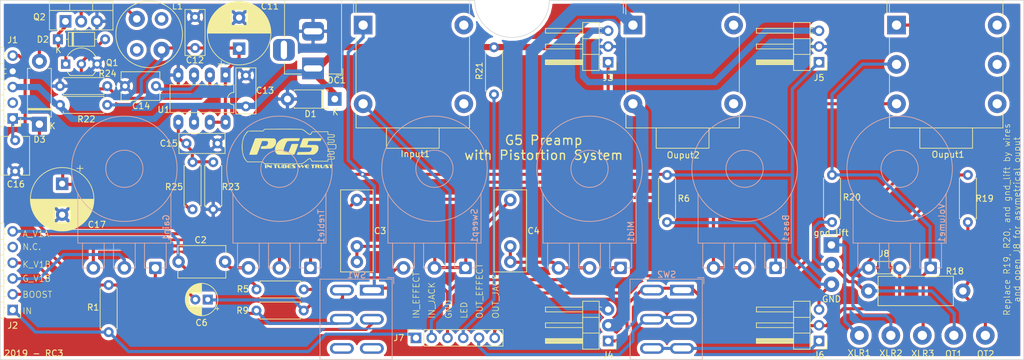
<source format=kicad_pcb>
(kicad_pcb (version 20171130) (host pcbnew "(5.1.2)-1")
  (title_block (title "Pream G5 with Pistortion System") (date 2019-05-07) (rev RC3) (company http://www.projetg5.com) (comment 2 "Licence under Creative Commons BY-NC-SA 4.0") (comment 3 "with A-wai Amplification and LemonAmps") (comment 4 http://www.projetg5.com))
  (layers (0 F.Cu signal hide) (31 B.Cu signal hide) (34 B.Paste user) (35 F.Paste user) (36 B.SilkS user) (37 F.SilkS user) (38 B.Mask user) (39 F.Mask user) (44 Edge.Cuts user))
  (net 0 "")
  (net 1 +24V)
  (net 2 "Net-(C2-Pad1)")
  (net 3 "Net-(Bass1-Pad1)")
  (net 4 "Net-(Bass1-Pad2)")
  (net 5 /SIMCAB_OUT)
  (net 6 "Net-(Gain1-Pad3)")
  (net 7 "Net-(GND1-Pad1)")
  (net 8 "Net-(OT2-Pad1)")
  (net 9 /A_V1A)
  (net 10 /G_V1B)
  (net 11 /IN_EFFECT)
  (net 12 /K_V1B)
  (net 13 "Net-(Ouput1-PadR)")
  (net 14 GNDS)
  (net 15 "Net-(J8-Pad1)")
  (net 16 /PEAK)
  (net 17 /HT2)
  (net 18 "Net-(D2-Pad1)")
  (net 19 "Net-(D2-Pad2)")
  (net 20 /HT1)
  (net 21 GNDREF)
  (net 22 /BOOST)
  (net 23 /LINE_OUT)
  (net 24 /HP2)
  (net 25 /HP1)
  (net 26 "Net-(J1-Pad2)")
  (net 27 "Net-(J2-Pad5)")
  (net 28 "Net-(SW1-Pad3)")
  (net 29 "Net-(SW1-Pad6)")
  (net 30 /IN_JACK)
  (net 31 /LED)
  (net 32 /OUT_EFFECT)
  (net 33 /OUT_JACK)
  (net 34 "Net-(C3-Pad2)")
  (net 35 "Net-(C4-Pad2)")
  (net 36 "Net-(C6-Pad1)")
  (net 37 "Net-(C14-Pad1)")
  (net 38 "Net-(C15-Pad1)")
  (net 39 "Net-(R5-Pad2)")
  (net 40 "Net-(GND1-Pad2)")
  (module Symbol:PG5_Logo_15mm_SilkScreen (layer F.Cu) (at 126.55 125.67)
    (fp_text reference REF** hide)
    (fp_text value PG5_Logo_15mm_SilkScreen hide)
  )
  (module ProjectLib_main:Potentiometer_Alpha_RV16AF41_Single_Vertical (layer B.Cu) (at 230 145.2 90)
    (fp_text reference Volume1 (at 7.21 1.79 90) (layer B.SilkS) (effects (justify mirror)))
    (fp_text value 1k)
    (pad 1 thru_hole roundrect (at 0 0 180) (size 2 2) (drill 1.2) (layers *.Cu *.Mask) (roundrect_rratio 0.125) (net 13 "Net-(Ouput1-PadR)"))
    (pad 2 thru_hole circle (at 0 -5 180) (size 2.2 2.2) (drill 1.2) (layers *.Cu *.Mask) (net 23 /LINE_OUT))
    (pad 3 thru_hole circle (at 0 -10 180) (size 2.2 2.2) (drill 1.2) (layers *.Cu *.Mask) (net 15 "Net-(J8-Pad1)"))
  )
  (module ProjectLib_main:Potentiometer_Alpha_RV16AF41_Single_Vertical (layer B.Cu) (at 205 145.2 90)
    (fp_text reference Bass1 (at 6.37 1.66 90) (layer B.SilkS) (effects (justify mirror)))
    (fp_text value "250k log")
    (pad 1 thru_hole roundrect (at 0 0 180) (size 2 2) (drill 1.2) (layers *.Cu *.Mask) (roundrect_rratio 0.125) (net 3 "Net-(Bass1-Pad1)"))
    (pad 2 thru_hole circle (at 0 -5 180) (size 2.2 2.2) (drill 1.2) (layers *.Cu *.Mask) (net 4 "Net-(Bass1-Pad2)"))
    (pad 3 thru_hole circle (at 0 -10 180) (size 2.2 2.2) (drill 1.2) (layers *.Cu *.Mask) (net 4 "Net-(Bass1-Pad2)"))
  )
  (module ProjectLib_main:Potentiometer_Alpha_RV16AF41_Single_Vertical (layer B.Cu) (at 130 145.2 90)
    (fp_text reference Treble1 (at 6.72 1.73 90) (layer B.SilkS) (effects (justify mirror)))
    (fp_text value "250k lin")
    (pad 1 thru_hole roundrect (at 0 0 180) (size 2 2) (drill 1.2) (layers *.Cu *.Mask) (roundrect_rratio 0.125) (net 4 "Net-(Bass1-Pad2)"))
    (pad 2 thru_hole circle (at 0 -5 180) (size 2.2 2.2) (drill 1.2) (layers *.Cu *.Mask) (net 6 "Net-(Gain1-Pad3)"))
    (pad 3 thru_hole circle (at 0 -10 180) (size 2.2 2.2) (drill 1.2) (layers *.Cu *.Mask) (net 2 "Net-(C2-Pad1)"))
  )
  (module ProjectLib_main:Potentiometer_Alpha_RV16AF41_Single_Vertical (layer B.Cu) (at 180 145.2 90)
    (fp_text reference Mid1 (at 5.83 1.68 90) (layer B.SilkS) (effects (justify mirror)))
    (fp_text value "100k log")
    (pad 1 thru_hole roundrect (at 0 0 180) (size 2 2) (drill 1.2) (layers *.Cu *.Mask) (roundrect_rratio 0.125) (net 14 GNDS))
    (pad 2 thru_hole circle (at 0 -5 180) (size 2.2 2.2) (drill 1.2) (layers *.Cu *.Mask) (net 35 "Net-(C4-Pad2)"))
    (pad 3 thru_hole circle (at 0 -10 180) (size 2.2 2.2) (drill 1.2) (layers *.Cu *.Mask) (net 35 "Net-(C4-Pad2)"))
  )
  (module ProjectLib_main:Potentiometer_Alpha_RV16AF41_Single_Vertical (layer B.Cu) (at 155 145.2 90)
    (fp_text reference Sweep1 (at 6.8 1.44 90) (layer B.SilkS) (effects (justify mirror)))
    (fp_text value "50k lin")
    (pad 1 thru_hole roundrect (at 0 0 180) (size 2 2) (drill 1.2) (layers *.Cu *.Mask) (roundrect_rratio 0.125) (net 34 "Net-(C3-Pad2)"))
    (pad 2 thru_hole circle (at 0 -5 180) (size 2.2 2.2) (drill 1.2) (layers *.Cu *.Mask) (net 34 "Net-(C3-Pad2)"))
    (pad 3 thru_hole circle (at 0 -10 180) (size 2.2 2.2) (drill 1.2) (layers *.Cu *.Mask) (net 39 "Net-(R5-Pad2)"))
  )
  (module ProjectLib_main:Potentiometer_Alpha_RV16AF41_Single_Vertical (layer B.Cu) (at 105 145.2 90)
    (fp_text reference Gain1 (at 6.5 1.75 90) (layer B.SilkS) (effects (justify mirror)))
    (fp_text value "1M log")
    (pad 1 thru_hole roundrect (at 0 0 180) (size 2 2) (drill 1.2) (layers *.Cu *.Mask) (roundrect_rratio 0.125) (net 14 GNDS))
    (pad 2 thru_hole circle (at 0 -5 180) (size 2.2 2.2) (drill 1.2) (layers *.Cu *.Mask) (net 10 /G_V1B))
    (pad 3 thru_hole circle (at 0 -10 180) (size 2.2 2.2) (drill 1.2) (layers *.Cu *.Mask) (net 6 "Net-(Gain1-Pad3)"))
  )
  (module Connector_Wire:SolderWirePad_1x03_P3.175mm_Drill1mm (layer F.Cu) (at 214 141.5 270)
    (fp_text reference GND1 hide)
    (fp_text value GND)
    (pad 3 thru_hole circle (at 6.35 0 270) (size 2.49936 2.49936) (drill 1.2) (layers *.Cu *.Mask) (net 14 GNDS))
    (pad 2 thru_hole circle (at 3.175 0 270) (size 2.49936 2.49936) (drill 1.2) (layers *.Cu *.Mask) (net 40 "Net-(GND1-Pad2)"))
    (pad 1 thru_hole rect (at 0 0 270) (size 2.49936 2.49936) (drill 1.2) (layers *.Cu *.Mask) (net 7 "Net-(GND1-Pad1)"))
  )
  (module Capacitor_THT:CP_Radial_D5.0mm_P2.00mm (layer F.Cu) (at 113.445113 150.31 180)
    (fp_text reference C6 (at 1 -3.75) (layer F.SilkS))
    (fp_text value 22µF/25V)
    (pad 2 thru_hole circle (at 2 0 180) (size 1.6 1.6) (drill 0.8) (layers *.Cu *.Mask) (net 14 GNDS))
    (pad 1 thru_hole rect (at 0 0 180) (size 1.6 1.6) (drill 0.8) (layers *.Cu *.Mask) (net 36 "Net-(C6-Pad1)"))
  )
  (module Resistor_THT:R_Axial_DIN0414_L11.9mm_D4.5mm_P15.24mm_Horizontal (layer F.Cu) (at 235.21 148.93 180)
    (fp_text reference R18 (at 1.31 3.19 180) (layer F.SilkS))
    (fp_text value 100R/2W)
    (pad 2 thru_hole oval (at 15.24 0 180) (size 2.4 2.4) (drill 1.2) (layers *.Cu *.Mask) (net 40 "Net-(GND1-Pad2)"))
    (pad 1 thru_hole circle (at 0 0 180) (size 2.4 2.4) (drill 1.2) (layers *.Cu *.Mask) (net 8 "Net-(OT2-Pad1)"))
  )
  (module ProjectLib_main:C_Rect_L13.0mm_W5.0mm_P7.5mm_or_P10.00mm_FKS3_FKP3_MKS4 (layer F.Cu) (at 162.23 134.23 270)
    (fp_text reference C4 (at 5 -3.75) (layer F.SilkS))
    (fp_text value 47nF)
    (pad 2 thru_hole circle (at 10 0 270) (size 2 2) (drill 1) (layers *.Cu *.Mask) (net 35 "Net-(C4-Pad2)"))
    (pad 1 thru_hole circle (at 0 0 270) (size 2 2) (drill 1) (layers *.Cu *.Mask) (net 34 "Net-(C3-Pad2)"))
    (pad 3 thru_hole circle (at 7.5 0 270) (size 2 2) (drill 1) (layers *.Cu *.Mask) (net 35 "Net-(C4-Pad2)"))
  )
  (module ProjectLib_main:C_Rect_L13.0mm_W5.0mm_P7.5mm_or_P10.00mm_FKS3_FKP3_MKS4 (layer F.Cu) (at 137.49 134.23 270)
    (fp_text reference C3 (at 5 -3.75) (layer F.SilkS))
    (fp_text value 100nF)
    (pad 2 thru_hole circle (at 10 0 270) (size 2 2) (drill 1) (layers *.Cu *.Mask) (net 34 "Net-(C3-Pad2)"))
    (pad 1 thru_hole circle (at 0 0 270) (size 2 2) (drill 1) (layers *.Cu *.Mask) (net 4 "Net-(Bass1-Pad2)"))
    (pad 3 thru_hole circle (at 7.5 0 270) (size 2 2) (drill 1) (layers *.Cu *.Mask) (net 34 "Net-(C3-Pad2)"))
  )
  (module ProjectLib_main:Jack_6.35mm_Neutrik_NMJ4HCD2_Horizontal (layer F.Cu) (at 182 118.7 90)
    (fp_text reference Ouput2 (at -8.3 8.1 180) (layer F.SilkS))
    (fp_text value HP)
    (pad TN thru_hole circle (at 0 16.23 90) (size 3 3) (drill 1.5) (layers *.Cu *.Mask))
    (pad SN thru_hole circle (at 12.7 16.23 90) (size 3 3) (drill 1.5) (layers *.Cu *.Mask))
    (pad T thru_hole circle (at 0 0 90) (size 3 3) (drill 1.5) (layers *.Cu *.Mask) (net 25 /HP1))
    (pad S thru_hole rect (at 12.7 0 90) (size 3 3) (drill 1.5) (layers *.Cu *.Mask) (net 24 /HP2))
  )
  (module ProjectLib_main:Jack_6.35mm_Neutrik_NMJ4HCD2_Horizontal (layer F.Cu) (at 138.5 118.7 90)
    (fp_text reference Input1 (at -8.1 8.4 180) (layer F.SilkS))
    (fp_text value Input)
    (pad TN thru_hole circle (at 0 16.23 90) (size 3 3) (drill 1.5) (layers *.Cu *.Mask))
    (pad SN thru_hole circle (at 12.7 16.23 90) (size 3 3) (drill 1.5) (layers *.Cu *.Mask))
    (pad T thru_hole circle (at 0 0 90) (size 3 3) (drill 1.5) (layers *.Cu *.Mask) (net 30 /IN_JACK))
    (pad S thru_hole rect (at 12.7 0 90) (size 3 3) (drill 1.5) (layers *.Cu *.Mask) (net 14 GNDS))
  )
  (module Connector_Audio:Jack_3.5mm_Neutrik_NMJ6HCD2_Horizontal (layer F.Cu) (at 224.5 118.7 90)
    (fp_text reference Ouput1 (at -8.2 8.3 180) (layer F.SilkS))
    (fp_text value Out)
    (pad S thru_hole rect (at 12.7 0 90) (size 3 3) (drill 1.5) (layers *.Cu *.Mask) (net 7 "Net-(GND1-Pad1)"))
    (pad T thru_hole circle (at 0 0 90) (size 3 3) (drill 1.5) (layers *.Cu *.Mask) (net 33 /OUT_JACK))
    (pad R thru_hole circle (at 6.35 0 90) (size 3 3) (drill 1.5) (layers *.Cu *.Mask) (net 13 "Net-(Ouput1-PadR)"))
    (pad SN thru_hole circle (at 12.7 16.23 90) (size 3 3) (drill 1.5) (layers *.Cu *.Mask))
    (pad TN thru_hole circle (at 0 16.23 90) (size 3 3) (drill 1.5) (layers *.Cu *.Mask))
    (pad RN thru_hole circle (at 6.35 16.23 90) (size 3 3) (drill 1.5) (layers *.Cu *.Mask))
  )
  (module Diode_THT:D_DO-41_SOD81_P7.62mm_Horizontal (layer F.Cu) (at 133.92 117.94 180)
    (fp_text reference D1 (at 3.9 -2.4) (layer F.SilkS))
    (fp_text value 1N4007)
    (fp_text user K (at -0.1 -2.1 180) (layer F.SilkS))
    (pad 1 thru_hole rect (at 0 0 180) (size 2.2 2.2) (drill 1.1) (layers *.Cu *.Mask) (net 1 +24V))
    (pad 2 thru_hole oval (at 7.62 0 180) (size 2.2 2.2) (drill 1.1) (layers *.Cu *.Mask) (net 21 GNDREF))
  )
  (module Connector_Wire:SolderWirePad_1x01_Drill2mm (layer F.Cu) (at 239.75 157.56)
    (fp_text reference OT2 (at -0.89 1.54) (layer F.SilkS))
    (fp_text value 125A)
    (pad 1 thru_hole circle (at -0.93 -1.46) (size 3 3) (drill 1.5) (layers *.Cu *.Mask) (net 8 "Net-(OT2-Pad1)"))
  )
  (module Connector_Wire:SolderWirePad_1x01_Drill2mm (layer F.Cu) (at 234.19 157.43)
    (fp_text reference OT1 (at -0.46 1.65) (layer F.SilkS))
    (fp_text value 125A)
    (pad 1 thru_hole circle (at -0.45 -1.33) (size 3 3) (drill 1.5) (layers *.Cu *.Mask) (net 40 "Net-(GND1-Pad2)"))
  )
  (module Connector_BarrelJack:BarrelJack_Horizontal (layer F.Cu) (at 130.42 113 270)
    (fp_text reference DC1 (at 1.9 -3.8) (layer F.SilkS))
    (fp_text value Barrel_Jack)
    (pad 1 thru_hole rect (at 0 0 270) (size 3.5 3.5) (drill oval 1 3) (layers *.Cu *.Mask) (net 1 +24V))
    (pad 2 thru_hole roundrect (at -6 0 270) (size 3 3.5) (drill oval 1 3) (layers *.Cu *.Mask) (net 21 GNDREF))
    (pad 3 thru_hole roundrect (at -3 4.7 270) (size 3.5 3.5) (drill oval 3 1) (layers *.Cu *.Mask))
  )
  (module Connector_Wire:SolderWirePad_1x01_Drill2mm (layer F.Cu) (at 218.48 155.58)
    (fp_text reference XLR1 (at 0 3.37) (layer F.SilkS))
    (fp_text value 1)
    (pad 1 thru_hole circle (at 0.02 0.52) (size 3 3) (drill 1.5) (layers *.Cu *.Mask) (net 7 "Net-(GND1-Pad1)"))
  )
  (module Connector_Wire:SolderWirePad_1x01_Drill2mm (layer F.Cu) (at 223.77 157.09)
    (fp_text reference XLR2 (at -0.18 1.9) (layer F.SilkS))
    (fp_text value 2)
    (pad 1 thru_hole circle (at -0.19 -0.99) (size 3 3) (drill 1.5) (layers *.Cu *.Mask) (net 15 "Net-(J8-Pad1)"))
  )
  (module Connector_Wire:SolderWirePad_1x01_Drill2mm (layer F.Cu) (at 227.95 157.28)
    (fp_text reference XLR3 (at 0.77 1.76) (layer F.SilkS))
    (fp_text value 3)
    (pad 1 thru_hole circle (at 0.71 -1.18) (size 3 3) (drill 1.5) (layers *.Cu *.Mask) (net 13 "Net-(Ouput1-PadR)"))
  )
  (module Capacitor_THT:C_Disc_D7.5mm_W5.0mm_P7.50mm (layer F.Cu) (at 116.24 144.21 180)
    (fp_text reference C2 (at 3.95 3.51) (layer F.SilkS))
    (fp_text value 250pF)
    (pad 1 thru_hole circle (at 0 0 180) (size 2 2) (drill 1) (layers *.Cu *.Mask) (net 2 "Net-(C2-Pad1)"))
    (pad 2 thru_hole circle (at 7.5 0 180) (size 2 2) (drill 1) (layers *.Cu *.Mask) (net 9 /A_V1A))
  )
  (module Jumper:SolderJumper-2_P1.3mm_Open_Pad1.0x1.5mm (layer F.Cu) (at 222.5 145.16)
    (fp_text reference J8 (at 0 -2.25 180) (layer F.SilkS))
    (fp_text value "LEVEL 3-2")
    (pad 2 smd rect (at 0.65 0) (size 1 1.5) (layers F.Cu F.Mask) (net 23 /LINE_OUT))
    (pad 1 smd rect (at -0.65 0) (size 1 1.5) (layers F.Cu F.Mask) (net 15 "Net-(J8-Pad1)"))
  )
  (module Resistor_THT:R_Axial_DIN0207_L6.3mm_D2.5mm_P7.62mm_Horizontal (layer F.Cu) (at 97.47 155.58 90)
    (fp_text reference R1 (at 4 -2.5) (layer F.SilkS))
    (fp_text value 1M)
    (pad 1 thru_hole circle (at 0 0 90) (size 1.6 1.6) (drill 0.8) (layers *.Cu *.Mask) (net 11 /IN_EFFECT))
    (pad 2 thru_hole oval (at 7.62 0 90) (size 1.6 1.6) (drill 0.8) (layers *.Cu *.Mask) (net 14 GNDS))
  )
  (module Resistor_THT:R_Axial_DIN0207_L6.3mm_D2.5mm_P7.62mm_Horizontal (layer F.Cu) (at 121.31 148.68)
    (fp_text reference R5 (at -2.2 -0.05) (layer F.SilkS))
    (fp_text value 47k)
    (pad 1 thru_hole circle (at 0 0) (size 1.6 1.6) (drill 0.8) (layers *.Cu *.Mask) (net 9 /A_V1A))
    (pad 2 thru_hole oval (at 7.62 0) (size 1.6 1.6) (drill 0.8) (layers *.Cu *.Mask) (net 39 "Net-(R5-Pad2)"))
  )
  (module Resistor_THT:R_Axial_DIN0207_L6.3mm_D2.5mm_P7.62mm_Horizontal (layer F.Cu) (at 187.5 137.82 90)
    (fp_text reference R6 (at 3.82 2.7 180) (layer F.SilkS))
    (fp_text value 15k)
    (pad 1 thru_hole circle (at 0 0 90) (size 1.6 1.6) (drill 0.8) (layers *.Cu *.Mask) (net 3 "Net-(Bass1-Pad1)"))
    (pad 2 thru_hole oval (at 7.62 0 90) (size 1.6 1.6) (drill 0.8) (layers *.Cu *.Mask) (net 14 GNDS))
  )
  (module Resistor_THT:R_Axial_DIN0207_L6.3mm_D2.5mm_P7.62mm_Horizontal (layer F.Cu) (at 121.3 152.09)
    (fp_text reference R9 (at -2.25 0) (layer F.SilkS))
    (fp_text value 100k)
    (pad 2 thru_hole oval (at 7.62 0) (size 1.6 1.6) (drill 0.8) (layers *.Cu *.Mask) (net 36 "Net-(C6-Pad1)"))
    (pad 1 thru_hole circle (at 0 0) (size 1.6 1.6) (drill 0.8) (layers *.Cu *.Mask) (net 12 /K_V1B))
  )
  (module Resistor_THT:R_Axial_DIN0207_L6.3mm_D2.5mm_P7.62mm_Horizontal (layer F.Cu) (at 236 130.2 270)
    (fp_text reference R19 (at 3.8 -2.7) (layer F.SilkS))
    (fp_text value 330R)
    (pad 2 thru_hole oval (at 7.62 0 270) (size 1.6 1.6) (drill 0.8) (layers *.Cu *.Mask) (net 8 "Net-(OT2-Pad1)"))
    (pad 1 thru_hole circle (at 0 0 270) (size 1.6 1.6) (drill 0.8) (layers *.Cu *.Mask) (net 15 "Net-(J8-Pad1)"))
  )
  (module Resistor_THT:R_Axial_DIN0207_L6.3mm_D2.5mm_P7.62mm_Horizontal (layer F.Cu) (at 214.1 130.2 270)
    (fp_text reference R20 (at 3.6 -3.2) (layer F.SilkS))
    (fp_text value 330R)
    (pad 1 thru_hole circle (at 0 0 270) (size 1.6 1.6) (drill 0.8) (layers *.Cu *.Mask) (net 13 "Net-(Ouput1-PadR)"))
    (pad 2 thru_hole oval (at 7.62 0 270) (size 1.6 1.6) (drill 0.8) (layers *.Cu *.Mask) (net 40 "Net-(GND1-Pad2)"))
  )
  (module Connector_PinHeader_2.54mm:PinHeader_1x03_P2.54mm_Horizontal (layer F.Cu) (at 178 112 180)
    (fp_text reference J3 (at 0 -2.5 180) (layer F.SilkS))
    (fp_text value PSU_AMP)
    (pad 3 thru_hole oval (at 0 5.08 180) (size 1.7 1.7) (drill 1) (layers *.Cu *.Mask) (net 1 +24V))
    (pad 2 thru_hole oval (at 0 2.54 180) (size 1.7 1.7) (drill 1) (layers *.Cu *.Mask) (net 21 GNDREF))
    (pad 1 thru_hole rect (at 0 0 180) (size 1.7 1.7) (drill 1) (layers *.Cu *.Mask) (net 14 GNDS))
  )
  (module Connector_PinHeader_2.54mm:PinHeader_1x03_P2.54mm_Horizontal (layer F.Cu) (at 212 112 180)
    (fp_text reference J5 (at 0 -2.5 180) (layer F.SilkS))
    (fp_text value PSU_SIMCAB)
    (pad 1 thru_hole rect (at 0 0 180) (size 1.7 1.7) (drill 1) (layers *.Cu *.Mask) (net 14 GNDS))
    (pad 2 thru_hole oval (at 0 2.54 180) (size 1.7 1.7) (drill 1) (layers *.Cu *.Mask) (net 21 GNDREF))
    (pad 3 thru_hole oval (at 0 5.08 180) (size 1.7 1.7) (drill 1) (layers *.Cu *.Mask) (net 1 +24V))
  )
  (module Connector_PinHeader_2.54mm:PinHeader_1x06_P2.54mm_Horizontal (layer F.Cu) (at 82 152 180)
    (fp_text reference J2 (at 0 -2.5 180) (layer F.SilkS))
    (fp_text value PCB_TUBE)
    (pad 1 thru_hole rect (at 0 0 180) (size 1.7 1.7) (drill 1) (layers *.Cu *.Mask) (net 11 /IN_EFFECT))
    (pad 2 thru_hole oval (at 0 2.54 180) (size 1.7 1.7) (drill 1) (layers *.Cu *.Mask) (net 22 /BOOST))
    (pad 3 thru_hole oval (at 0 5.08 180) (size 1.7 1.7) (drill 1) (layers *.Cu *.Mask) (net 10 /G_V1B))
    (pad 4 thru_hole oval (at 0 7.62 180) (size 1.7 1.7) (drill 1) (layers *.Cu *.Mask) (net 12 /K_V1B))
    (pad 5 thru_hole oval (at 0 10.16 180) (size 1.7 1.7) (drill 1) (layers *.Cu *.Mask) (net 27 "Net-(J2-Pad5)"))
    (pad 6 thru_hole oval (at 0 12.7 180) (size 1.7 1.7) (drill 1) (layers *.Cu *.Mask) (net 9 /A_V1A))
  )
  (module Connector_PinHeader_2.54mm:PinHeader_1x03_P2.54mm_Horizontal (layer F.Cu) (at 212 157 180)
    (fp_text reference J6 (at 0 -2.27 180) (layer F.SilkS))
    (fp_text value SIMCAB)
    (pad 1 thru_hole rect (at 0 0 180) (size 1.7 1.7) (drill 1) (layers *.Cu *.Mask) (net 5 /SIMCAB_OUT))
    (pad 2 thru_hole oval (at 0 2.54 180) (size 1.7 1.7) (drill 1) (layers *.Cu *.Mask) (net 23 /LINE_OUT))
    (pad 3 thru_hole oval (at 0 5.08 180) (size 1.7 1.7) (drill 1) (layers *.Cu *.Mask) (net 14 GNDS))
  )
  (module Connector_PinHeader_2.54mm:PinHeader_1x03_P2.54mm_Horizontal (layer F.Cu) (at 178 157 180)
    (fp_text reference J4 (at 0 -2.27 180) (layer F.SilkS))
    (fp_text value AMP)
    (pad 3 thru_hole oval (at 0 5.08 180) (size 1.7 1.7) (drill 1) (layers *.Cu *.Mask) (net 24 /HP2))
    (pad 2 thru_hole oval (at 0 2.54 180) (size 1.7 1.7) (drill 1) (layers *.Cu *.Mask) (net 25 /HP1))
    (pad 1 thru_hole rect (at 0 0 180) (size 1.7 1.7) (drill 1) (layers *.Cu *.Mask) (net 23 /LINE_OUT))
  )
  (module Capacitor_THT:C_Rect_L7.2mm_W3.0mm_P5.00mm_FKS2_FKP2_MKS2_MKP2 (layer F.Cu) (at 119.59 119.13 90)
    (fp_text reference C13 (at 2.57 3.09 180) (layer F.SilkS))
    (fp_text value 100n)
    (pad 2 thru_hole circle (at 5 0 90) (size 1.6 1.6) (drill 0.8) (layers *.Cu *.Mask) (net 21 GNDREF))
    (pad 1 thru_hole circle (at 0 0 90) (size 1.6 1.6) (drill 0.8) (layers *.Cu *.Mask) (net 1 +24V))
  )
  (module Capacitor_THT:CP_Radial_D10.0mm_P5.00mm (layer F.Cu) (at 118.5 109.8 90)
    (fp_text reference C11 (at 6.83 4.96 180) (layer F.SilkS))
    (fp_text value 470µ)
    (pad 2 thru_hole circle (at 5 0 90) (size 2 2) (drill 1) (layers *.Cu *.Mask) (net 21 GNDREF))
    (pad 1 thru_hole rect (at 0 0 90) (size 2 2) (drill 1) (layers *.Cu *.Mask) (net 16 /PEAK))
  )
  (module Capacitor_THT:C_Rect_L7.2mm_W3.0mm_P5.00mm_FKS2_FKP2_MKS2_MKP2 (layer F.Cu) (at 111.4 109.7 90)
    (fp_text reference C12 (at -1.95 -0.02 180) (layer F.SilkS))
    (fp_text value 100n)
    (pad 1 thru_hole circle (at 0 0 90) (size 1.6 1.6) (drill 0.8) (layers *.Cu *.Mask) (net 16 /PEAK))
    (pad 2 thru_hole circle (at 5 0 90) (size 1.6 1.6) (drill 0.8) (layers *.Cu *.Mask) (net 21 GNDREF))
  )
  (module Capacitor_THT:C_Disc_D6.0mm_W4.4mm_P5.00mm (layer F.Cu) (at 105.1 115.85 180)
    (fp_text reference C14 (at 2.4 -3.2 180) (layer F.SilkS))
    (fp_text value 470p)
    (pad 1 thru_hole circle (at 0 0 180) (size 1.6 1.6) (drill 0.8) (layers *.Cu *.Mask) (net 37 "Net-(C14-Pad1)"))
    (pad 2 thru_hole circle (at 5 0 180) (size 1.6 1.6) (drill 0.8) (layers *.Cu *.Mask) (net 21 GNDREF))
  )
  (module Capacitor_THT:C_Rect_L7.2mm_W3.0mm_P5.00mm_FKS2_FKP2_MKS2_MKP2 (layer F.Cu) (at 110.02 125.11)
    (fp_text reference C15 (at -2.85 -0.01) (layer F.SilkS))
    (fp_text value 100n)
    (pad 1 thru_hole circle (at 0 0) (size 1.6 1.6) (drill 0.8) (layers *.Cu *.Mask) (net 38 "Net-(C15-Pad1)"))
    (pad 2 thru_hole circle (at 5 0) (size 1.6 1.6) (drill 0.8) (layers *.Cu *.Mask) (net 21 GNDREF))
  )
  (module Capacitor_THT:C_Disc_D6.0mm_W4.4mm_P5.00mm (layer F.Cu) (at 82.4 124.6 270)
    (fp_text reference C16 (at 7.1 -0.1 180) (layer F.SilkS))
    (fp_text value 10n/400V)
    (pad 2 thru_hole circle (at 5 0 270) (size 1.6 1.6) (drill 0.8) (layers *.Cu *.Mask) (net 21 GNDREF))
    (pad 1 thru_hole circle (at 0 0 270) (size 1.6 1.6) (drill 0.8) (layers *.Cu *.Mask) (net 17 /HT2))
  )
  (module Capacitor_THT:CP_Radial_D10.0mm_P5.00mm (layer F.Cu) (at 89.97 131.62 270)
    (fp_text reference C17 (at 6.6 -5.6) (layer F.SilkS))
    (fp_text value 4.7µ/400V)
    (pad 1 thru_hole rect (at 0 0 270) (size 2 2) (drill 1) (layers *.Cu *.Mask) (net 17 /HT2))
    (pad 2 thru_hole circle (at 5 0 270) (size 2 2) (drill 1) (layers *.Cu *.Mask) (net 21 GNDREF))
  )
  (module Diode_THT:D_DO-35_SOD27_P7.62mm_Horizontal (layer F.Cu) (at 89.28 108.29)
    (fp_text reference D2 (at -2.42 0.03) (layer F.SilkS))
    (fp_text value 1N4148)
    (fp_text user K (at 0.09 1.71) (layer F.SilkS))
    (pad 1 thru_hole rect (at 0 0) (size 1.6 1.6) (drill 0.8) (layers *.Cu *.Mask) (net 18 "Net-(D2-Pad1)"))
    (pad 2 thru_hole oval (at 7.62 0) (size 1.6 1.6) (drill 0.8) (layers *.Cu *.Mask) (net 19 "Net-(D2-Pad2)"))
  )
  (module Diode_THT:D_DO-15_P10.16mm_Horizontal (layer F.Cu) (at 86.3 122 90)
    (fp_text reference D3 (at -2.46 0.02 180) (layer F.SilkS))
    (fp_text value BYV26)
    (fp_text user K (at -0.3 2.1 180) (layer F.SilkS))
    (pad 1 thru_hole rect (at 0 0 90) (size 2.4 2.4) (drill 1.2) (layers *.Cu *.Mask) (net 17 /HT2))
    (pad 2 thru_hole oval (at 10.16 0 90) (size 2.4 2.4) (drill 1.2) (layers *.Cu *.Mask) (net 20 /HT1))
  )
  (module Package_TO_SOT_THT:TO-92_Inline_Wide (layer F.Cu) (at 90.53 112.29)
    (fp_text reference Q1 (at 7.5 -0.2) (layer F.SilkS))
    (fp_text value MPS751)
    (pad 2 thru_hole circle (at 2.54 0 90) (size 1.5 1.5) (drill 0.8) (layers *.Cu *.Mask) (net 19 "Net-(D2-Pad2)"))
    (pad 3 thru_hole circle (at 5.08 0 90) (size 1.5 1.5) (drill 0.8) (layers *.Cu *.Mask) (net 21 GNDREF))
    (pad 1 thru_hole rect (at 0 0 90) (size 1.5 1.5) (drill 0.8) (layers *.Cu *.Mask) (net 18 "Net-(D2-Pad1)"))
  )
  (module Package_TO_SOT_THT:TO-220-3_Vertical (layer F.Cu) (at 90.5 105.4)
    (fp_text reference Q2 (at -4.2 -0.7) (layer F.SilkS))
    (fp_text value IRF740)
    (pad 1 thru_hole rect (at 0 0) (size 1.905 2) (drill 1.1) (layers *.Cu *.Mask) (net 18 "Net-(D2-Pad1)"))
    (pad 2 thru_hole oval (at 2.54 0) (size 1.905 2) (drill 1.1) (layers *.Cu *.Mask) (net 20 /HT1))
    (pad 3 thru_hole oval (at 5.08 0) (size 1.905 2) (drill 1.1) (layers *.Cu *.Mask) (net 21 GNDREF))
  )
  (module Resistor_THT:R_Axial_DIN0207_L6.3mm_D2.5mm_P7.62mm_Horizontal (layer F.Cu) (at 89.62 118.89)
    (fp_text reference R22 (at 4.25 2.31) (layer F.SilkS))
    (fp_text value 0.22R)
    (pad 2 thru_hole oval (at 7.62 0) (size 1.6 1.6) (drill 0.8) (layers *.Cu *.Mask) (net 16 /PEAK))
    (pad 1 thru_hole circle (at 0 0) (size 1.6 1.6) (drill 0.8) (layers *.Cu *.Mask) (net 1 +24V))
  )
  (module Resistor_THT:R_Axial_DIN0207_L6.3mm_D2.5mm_P7.62mm_Horizontal (layer F.Cu) (at 114.33 128.13 270)
    (fp_text reference R23 (at 3.99 -2.84 180) (layer F.SilkS))
    (fp_text value 1.8k)
    (pad 2 thru_hole oval (at 7.62 0 270) (size 1.6 1.6) (drill 0.8) (layers *.Cu *.Mask) (net 21 GNDREF))
    (pad 1 thru_hole circle (at 0 0 270) (size 1.6 1.6) (drill 0.8) (layers *.Cu *.Mask) (net 38 "Net-(C15-Pad1)"))
  )
  (module Resistor_THT:R_Axial_DIN0207_L6.3mm_D2.5mm_P7.62mm_Horizontal (layer F.Cu) (at 97.24 115.85 180)
    (fp_text reference R24 (at -0.05 2.03 180) (layer F.SilkS))
    (fp_text value 1k)
    (pad 1 thru_hole circle (at 0 0 180) (size 1.6 1.6) (drill 0.8) (layers *.Cu *.Mask) (net 19 "Net-(D2-Pad2)"))
    (pad 2 thru_hole oval (at 7.62 0 180) (size 1.6 1.6) (drill 0.8) (layers *.Cu *.Mask) (net 21 GNDREF))
  )
  (module Resistor_THT:R_Axial_DIN0207_L6.3mm_D2.5mm_P7.62mm_Horizontal (layer F.Cu) (at 111 135.75 90)
    (fp_text reference R25 (at 3.63 -2.98 180) (layer F.SilkS))
    (fp_text value 430k)
    (pad 1 thru_hole circle (at 0 0 90) (size 1.6 1.6) (drill 0.8) (layers *.Cu *.Mask) (net 17 /HT2))
    (pad 2 thru_hole oval (at 7.62 0 90) (size 1.6 1.6) (drill 0.8) (layers *.Cu *.Mask) (net 38 "Net-(C15-Pad1)"))
  )
  (module Package_DIP:DIP-8_W7.62mm_LongPads (layer F.Cu) (at 116.32 114.06 270)
    (fp_text reference U1 (at 5.6 9.96 180) (layer F.SilkS))
    (fp_text value MC34063AP)
    (pad 1 thru_hole rect (at 0 0 270) (size 2.4 1.6) (drill 0.8) (layers *.Cu *.Mask) (net 16 /PEAK))
    (pad 5 thru_hole oval (at 7.62 7.62 270) (size 2.4 1.6) (drill 0.8) (layers *.Cu *.Mask) (net 38 "Net-(C15-Pad1)"))
    (pad 2 thru_hole oval (at 0 2.54 270) (size 2.4 1.6) (drill 0.8) (layers *.Cu *.Mask) (net 19 "Net-(D2-Pad2)"))
    (pad 6 thru_hole oval (at 7.62 5.08 270) (size 2.4 1.6) (drill 0.8) (layers *.Cu *.Mask) (net 1 +24V))
    (pad 3 thru_hole oval (at 0 5.08 270) (size 2.4 1.6) (drill 0.8) (layers *.Cu *.Mask) (net 37 "Net-(C14-Pad1)"))
    (pad 7 thru_hole oval (at 7.62 2.54 270) (size 2.4 1.6) (drill 0.8) (layers *.Cu *.Mask) (net 16 /PEAK))
    (pad 4 thru_hole oval (at 0 7.62 270) (size 2.4 1.6) (drill 0.8) (layers *.Cu *.Mask) (net 21 GNDREF))
    (pad 8 thru_hole oval (at 7.62 0 270) (size 2.4 1.6) (drill 0.8) (layers *.Cu *.Mask) (net 16 /PEAK))
  )
  (module ProjectLib_main:L_Radial_D10.5mm_P5.00mm_MuRATA_1200RS (layer F.Cu) (at 106 110 180)
    (fp_text reference L1 (at -2.56 7.04 180) (layer F.SilkS))
    (fp_text value 220µH/1.5A)
    (pad 2 thru_hole circle (at 4 5 180) (size 2.6 2.6) (drill 1.2) (layers *.Cu *.Mask) (net 20 /HT1))
    (pad 1 thru_hole circle (at 0 0 180) (size 2.6 2.6) (drill 1.2) (layers *.Cu *.Mask) (net 16 /PEAK))
    (pad "" thru_hole circle (at 0 5 180) (size 2.2 2.2) (drill 1.2) (layers *.Cu *.Mask))
    (pad "" thru_hole circle (at 4 0 180) (size 2.2 2.2) (drill 1.2) (layers *.Cu *.Mask))
  )
  (module Switch_lever:SW_CK_Lever_DPDT_72xx (layer B.Cu) (at 189.9 148.8 180)
    (fp_text reference SW2 (at 2.47 2.53) (layer B.SilkS) (effects (justify mirror)))
    (fp_text value SIMCAB)
    (pad 1 thru_hole rect (at 0 0 180) (size 3.85 1.73) (drill oval 2.99 0.96) (layers *.Cu *.Mask) (net 23 /LINE_OUT))
    (pad 2 thru_hole oval (at 0 -4.7 180) (size 3.85 1.73) (drill oval 2.99 0.96) (layers *.Cu *.Mask) (net 32 /OUT_EFFECT))
    (pad 3 thru_hole oval (at 0 -9.4 180) (size 3.85 1.73) (drill oval 2.99 0.96) (layers *.Cu *.Mask) (net 5 /SIMCAB_OUT))
    (pad 5 thru_hole oval (at 4.83 -4.7 180) (size 3.85 1.73) (drill oval 2.99 0.96) (layers *.Cu *.Mask) (net 32 /OUT_EFFECT))
    (pad 6 thru_hole oval (at 4.83 -9.4 180) (size 3.85 1.73) (drill oval 2.99 0.96) (layers *.Cu *.Mask) (net 5 /SIMCAB_OUT))
    (pad 4 thru_hole oval (at 4.83 0 180) (size 3.85 1.73) (drill oval 2.99 0.96) (layers *.Cu *.Mask) (net 23 /LINE_OUT))
  )
  (module Connector_PinHeader_2.54mm:PinHeader_1x05_P2.54mm_Horizontal (layer F.Cu) (at 82 121.08 180)
    (fp_text reference J1 (at 0 12.68 180) (layer F.SilkS))
    (fp_text value PSU_TUBE)
    (pad 1 thru_hole rect (at 0 0 180) (size 1.7 1.7) (drill 1) (layers *.Cu *.Mask) (net 17 /HT2))
    (pad 2 thru_hole oval (at 0 2.54 180) (size 1.7 1.7) (drill 1) (layers *.Cu *.Mask) (net 26 "Net-(J1-Pad2)"))
    (pad 3 thru_hole oval (at 0 5.08 180) (size 1.7 1.7) (drill 1) (layers *.Cu *.Mask) (net 1 +24V))
    (pad 4 thru_hole oval (at 0 7.62 180) (size 1.7 1.7) (drill 1) (layers *.Cu *.Mask) (net 21 GNDREF))
    (pad 5 thru_hole oval (at 0 10.16 180) (size 1.7 1.7) (drill 1) (layers *.Cu *.Mask) (net 14 GNDS))
  )
  (module Switch_lever:SW_CK_Lever_DPDT_72xx (layer B.Cu) (at 139.9 148.8 180)
    (fp_text reference SW1 (at 2.46 2.45) (layer B.SilkS) (effects (justify mirror)))
    (fp_text value Boost)
    (pad 1 thru_hole rect (at 0 0 180) (size 3.85 1.73) (drill oval 2.99 0.96) (layers *.Cu *.Mask) (net 14 GNDS))
    (pad 2 thru_hole oval (at 0 -4.7 180) (size 3.85 1.73) (drill oval 2.99 0.96) (layers *.Cu *.Mask) (net 22 /BOOST))
    (pad 3 thru_hole oval (at 0 -9.4 180) (size 3.85 1.73) (drill oval 2.99 0.96) (layers *.Cu *.Mask) (net 28 "Net-(SW1-Pad3)"))
    (pad 5 thru_hole oval (at 4.83 -4.7 180) (size 3.85 1.73) (drill oval 2.99 0.96) (layers *.Cu *.Mask) (net 12 /K_V1B))
    (pad 6 thru_hole oval (at 4.83 -9.4 180) (size 3.85 1.73) (drill oval 2.99 0.96) (layers *.Cu *.Mask) (net 29 "Net-(SW1-Pad6)"))
    (pad 4 thru_hole oval (at 4.83 0 180) (size 3.85 1.73) (drill oval 2.99 0.96) (layers *.Cu *.Mask) (net 36 "Net-(C6-Pad1)"))
  )
  (module Connector_PinSocket_2.54mm:PinSocket_1x06_P2.54mm_Vertical (layer F.Cu) (at 147.02 156.5 90)
    (fp_text reference J7 (at 0 -2.77 180) (layer F.SilkS))
    (fp_text value 3PDT)
    (pad 1 thru_hole rect (at 0 0 90) (size 1.7 1.7) (drill 1) (layers *.Cu *.Mask) (net 11 /IN_EFFECT))
    (pad 2 thru_hole oval (at 0 2.54 90) (size 1.7 1.7) (drill 1) (layers *.Cu *.Mask) (net 30 /IN_JACK))
    (pad 3 thru_hole oval (at 0 5.08 90) (size 1.7 1.7) (drill 1) (layers *.Cu *.Mask) (net 14 GNDS))
    (pad 4 thru_hole oval (at 0 7.62 90) (size 1.7 1.7) (drill 1) (layers *.Cu *.Mask) (net 31 /LED))
    (pad 5 thru_hole oval (at 0 10.16 90) (size 1.7 1.7) (drill 1) (layers *.Cu *.Mask) (net 32 /OUT_EFFECT))
    (pad 6 thru_hole oval (at 0 12.7 90) (size 1.7 1.7) (drill 1) (layers *.Cu *.Mask) (net 33 /OUT_JACK))
  )
  (module Resistor_THT:R_Axial_DIN0207_L6.3mm_D2.5mm_P7.62mm_Horizontal (layer F.Cu) (at 159.6 117.2 90)
    (fp_text reference R21 (at 3.81 -2.37 90) (layer F.SilkS))
    (fp_text value 100k)
    (pad 1 thru_hole circle (at 0 0 90) (size 1.6 1.6) (drill 0.8) (layers *.Cu *.Mask) (net 31 /LED))
    (pad 2 thru_hole oval (at 7.62 0 90) (size 1.6 1.6) (drill 0.8) (layers *.Cu *.Mask) (net 1 +24V))
  )
  (gr_text GND (at 214.02 150.24) (layer F.SilkS) (effects (font (size 1 1))))
  (gr_text IN_EFFECT (at 147.07 149.603333 90) (layer F.SilkS) (effects (font (size 1 1) (thickness 0.1))))
  (gr_text A_V1A (at 85.72 139.72) (layer F.SilkS) (effects (font (size 1 1) (thickness 0.1))))
  (gr_text N.C. (at 85.077143 141.8) (layer F.SilkS) (effects (font (size 1 1) (thickness 0.1))))
  (gr_text K_V1B (at 85.862857 144.66) (layer F.SilkS) (effects (font (size 1 1) (thickness 0.1))))
  (gr_text G_V1B (at 85.862857 146.93) (layer F.SilkS) (effects (font (size 1 1) (thickness 0.1))))
  (gr_text BOOST (at 85.981905 149.51) (layer F.SilkS) (effects (font (size 1 1) (thickness 0.1))))
  (gr_text IN (at 84.339048 152.16) (layer F.SilkS) (effects (font (size 1 1) (thickness 0.1))))
  (gr_text OUT_JACK (at 159.87 149.77 90) (layer F.SilkS) (effects (font (size 1 1) (thickness 0.1))))
  (gr_text OUT_EFFECT (at 157.27 148.936666 90) (layer F.SilkS) (effects (font (size 1 1) (thickness 0.1))))
  (gr_text LED (at 154.77 152.031904 90) (layer F.SilkS) (effects (font (size 1 1) (thickness 0.1))))
  (gr_text GND (at 152.27 151.88 90) (layer F.SilkS) (effects (font (size 1 1) (thickness 0.1))))
  (gr_text IN_JACK (at 149.57 150.436666 90) (layer F.SilkS) (effects (font (size 1 1) (thickness 0.1))))
  (gr_text "2019 - RC3" (at 85.4 159) (layer F.SilkS) (effects (font (size 1 1))))
  (gr_text "G5 Preamp\nwith Pistortion System" (at 167.6 125.8) (layer F.SilkS) (effects (font (size 1.5 1.5) (thickness 0.2))))
  (gr_text "Replace R19, R20, and gnd_lift by wires\nand open J8 for asymetrical ouput" (at 243.1 137.4 90) (layer F.SilkS) (effects (font (size 1 1) (thickness 0.1))))
  (gr_text gnd_lift (at 213.95 139.53) (layer F.SilkS) (effects (font (size 1 1))))
  (gr_arc (start 162.5 102) (end 156.5 102) (angle -180) (layer Edge.Cuts) (width 0.1))
  (gr_line (start 80 102) (end 156.5 102) (layer Edge.Cuts) (width 0.1))
  (gr_line (start 80 160) (end 80 102) (layer Edge.Cuts) (width 0.1))
  (gr_line (start 245 102) (end 168.5 102) (layer Edge.Cuts) (width 0.1))
  (gr_line (start 245 160) (end 245 102) (layer Edge.Cuts) (width 0.1))
  (gr_line (start 80 160) (end 245 160) (layer Edge.Cuts) (width 0.1))
  (segment (start 82 116) (end 81.9 116.1) (width 1) (layer F.Cu) (net 1))
  (segment (start 82.1 116) (end 82.05 116) (width 1) (layer B.Cu) (net 1))
  (segment (start 170.550001 109.549999) (end 134.700001 109.549999) (width 1) (layer F.Cu) (net 1))
  (segment (start 178.1 106.9) (end 173.2 106.9) (width 1) (layer F.Cu) (net 1))
  (segment (start 173.2 106.9) (end 170.550001 109.549999) (width 1) (layer F.Cu) (net 1))
  (segment (start 175.45 106.9) (end 178.1 106.9) (width 1) (layer B.Cu) (net 1))
  (segment (start 203.5 106.9) (end 195.2 115.2) (width 1) (layer B.Cu) (net 1))
  (segment (start 195.2 115.2) (end 174.85 115.2) (width 1) (layer B.Cu) (net 1))
  (segment (start 174.85 115.2) (end 173.95 114.3) (width 1) (layer B.Cu) (net 1))
  (segment (start 173.95 114.3) (end 173.95 108.4) (width 1) (layer B.Cu) (net 1))
  (segment (start 212 106.9) (end 203.5 106.9) (width 1) (layer B.Cu) (net 1))
  (segment (start 173.95 108.4) (end 175.45 106.9) (width 1) (layer B.Cu) (net 1))
  (segment (start 134.620001 109.549999) (end 130.62 113.55) (width 1) (layer F.Cu) (net 1))
  (segment (start 134.700001 109.549999) (end 134.620001 109.549999) (width 1) (layer F.Cu) (net 1))
  (segment (start 133.76 116.98) (end 133.76 118.08) (width 1) (layer F.Cu) (net 1))
  (segment (start 130.57 113.79) (end 133.76 116.98) (width 1) (layer F.Cu) (net 1))
  (segment (start 130.57 113.69) (end 130.57 113.79) (width 1) (layer F.Cu) (net 1))
  (segment (start 130.58 113.68) (end 130.57 113.69) (width 1) (layer F.Cu) (net 1))
  (segment (start 134.700001 109.549999) (end 130.58 113.67) (width 1) (layer F.Cu) (net 1))
  (segment (start 130.58 113.67) (end 130.58 113.68) (width 1) (layer F.Cu) (net 1))
  (segment (start 133.72 118.1) (end 133.71 118.11) (width 1) (layer B.Cu) (net 1))
  (segment (start 130.54001 113.65001) (end 130.58002 113.61) (width 1) (layer B.Cu) (net 1))
  (segment (start 126.41999 113.65001) (end 130.54001 113.65001) (width 1) (layer B.Cu) (net 1))
  (segment (start 121.02 119.05) (end 126.41999 113.65001) (width 1) (layer B.Cu) (net 1))
  (segment (start 111.67 119.05) (end 112.75 119.05) (width 1) (layer B.Cu) (net 1))
  (segment (start 111.24 119.48) (end 111.67 119.05) (width 1) (layer B.Cu) (net 1))
  (segment (start 111.24 121.68) (end 111.24 119.48) (width 1) (layer B.Cu) (net 1))
  (segment (start 112.75 119.05) (end 121.02 119.05) (width 1) (layer B.Cu) (net 1))
  (segment (start 106.94 119.05) (end 112.75 119.05) (width 1) (layer B.Cu) (net 1))
  (segment (start 104.839999 121.150001) (end 106.94 119.05) (width 1) (layer B.Cu) (net 1))
  (segment (start 86.16 116) (end 88.86 118.7) (width 1) (layer B.Cu) (net 1))
  (segment (start 82 116) (end 86.16 116) (width 1) (layer B.Cu) (net 1))
  (segment (start 88.86 118.7) (end 89.59 118.7) (width 1) (layer B.Cu) (net 1))
  (segment (start 89.59 118.7) (end 89.59 119.16) (width 1) (layer B.Cu) (net 1))
  (segment (start 89.59 119.16) (end 91.580001 121.150001) (width 1) (layer B.Cu) (net 1))
  (segment (start 91.580001 121.150001) (end 104.839999 121.150001) (width 1) (layer B.Cu) (net 1))
  (segment (start 116.27 144.39) (end 116.27 144.25) (width 0.5) (layer F.Cu) (net 2))
  (segment (start 119.96 145.19) (end 117.07 145.19) (width 0.5) (layer F.Cu) (net 2))
  (segment (start 117.07 145.19) (end 116.27 144.39) (width 0.5) (layer F.Cu) (net 2))
  (segment (start 205.02 141.2) (end 205.02 144.2) (width 0.5) (layer B.Cu) (net 3))
  (segment (start 201.72 137.9) (end 205.02 141.2) (width 0.5) (layer B.Cu) (net 3))
  (segment (start 187.55 137.85) (end 187.6 137.9) (width 0.5) (layer B.Cu) (net 3))
  (segment (start 187.6 137.9) (end 201.72 137.9) (width 0.5) (layer B.Cu) (net 3))
  (segment (start 194.97 145.19) (end 200.01 145.19) (width 0.5) (layer F.Cu) (net 4))
  (segment (start 194.98 136.31) (end 194.98 145.17) (width 0.5) (layer F.Cu) (net 4))
  (segment (start 192.51 133.84) (end 194.98 136.31) (width 0.5) (layer F.Cu) (net 4))
  (segment (start 130.02 141.66) (end 137.56 134.12) (width 0.5) (layer F.Cu) (net 4))
  (segment (start 170.79 133.84) (end 192.51 133.84) (width 0.5) (layer F.Cu) (net 4))
  (segment (start 137.56 134.12) (end 154.12 134.12) (width 0.5) (layer F.Cu) (net 4))
  (segment (start 154.12 134.12) (end 156.88 131.36) (width 0.5) (layer F.Cu) (net 4))
  (segment (start 194.98 145.17) (end 194.96 145.19) (width 0.5) (layer F.Cu) (net 4))
  (segment (start 156.88 131.36) (end 168.31 131.36) (width 0.5) (layer F.Cu) (net 4))
  (segment (start 130.02 145.15) (end 130.02 141.66) (width 0.5) (layer F.Cu) (net 4))
  (segment (start 168.31 131.36) (end 170.79 133.84) (width 0.5) (layer F.Cu) (net 4))
  (segment (start 212.03 157.01) (end 212.03 157) (width 0.5) (layer B.Cu) (net 5))
  (segment (start 210.84 158.2) (end 212.03 157.01) (width 0.5) (layer B.Cu) (net 5))
  (segment (start 185.18 158.19) (end 185.19 158.2) (width 0.5) (layer B.Cu) (net 5))
  (segment (start 185.19 158.2) (end 210.84 158.2) (width 0.5) (layer B.Cu) (net 5))
  (segment (start 125.01 145.17) (end 125.06 145.22) (width 0.5) (layer F.Cu) (net 6))
  (segment (start 125.01 142.35) (end 125.01 145.17) (width 0.5) (layer F.Cu) (net 6))
  (segment (start 124.31 141.65) (end 125.01 142.35) (width 0.5) (layer F.Cu) (net 6))
  (segment (start 95.52 141.65) (end 124.31 141.65) (width 0.5) (layer F.Cu) (net 6))
  (segment (start 95 144.2) (end 95 142.17) (width 0.5) (layer F.Cu) (net 6))
  (segment (start 95 142.17) (end 95.52 141.65) (width 0.5) (layer F.Cu) (net 6))
  (segment (start 215.749999 139.750001) (end 214 141.5) (width 0.5) (layer F.Cu) (net 7))
  (segment (start 228.5 127) (end 215.749999 139.750001) (width 0.5) (layer F.Cu) (net 7))
  (segment (start 228.5 107.7) (end 228.5 127) (width 0.5) (layer F.Cu) (net 7))
  (segment (start 224.5 106) (end 226.8 106) (width 0.5) (layer F.Cu) (net 7))
  (segment (start 226.8 106) (end 228.5 107.7) (width 0.5) (layer F.Cu) (net 7))
  (segment (start 215.85 141.49) (end 214.03 141.49) (width 0.5) (layer B.Cu) (net 7))
  (segment (start 216.16 141.8) (end 215.85 141.49) (width 0.5) (layer B.Cu) (net 7))
  (segment (start 218.46 156.15) (end 216.16 153.85) (width 0.5) (layer B.Cu) (net 7))
  (segment (start 216.16 153.85) (end 216.16 141.8) (width 0.5) (layer B.Cu) (net 7))
  (segment (start 236 138) (end 235.9 137.9) (width 0.5) (layer B.Cu) (net 8))
  (segment (start 236 147.69) (end 234.83 148.86) (width 0.5) (layer F.Cu) (net 8))
  (segment (start 236 138) (end 236 147.69) (width 0.5) (layer F.Cu) (net 8))
  (segment (start 235.869999 150.089999) (end 235.879999 150.089999) (width 0.5) (layer F.Cu) (net 8))
  (segment (start 234.67 148.89) (end 235.869999 150.089999) (width 0.5) (layer F.Cu) (net 8))
  (segment (start 235.879999 150.089999) (end 238.82 153.03) (width 0.5) (layer F.Cu) (net 8))
  (segment (start 238.82 153.03) (end 238.82 156.09) (width 0.5) (layer F.Cu) (net 8))
  (segment (start 108.68 144.13) (end 108.71 144.16) (width 0.5) (layer B.Cu) (net 9))
  (segment (start 108.68 140.86) (end 108.68 144.13) (width 0.5) (layer B.Cu) (net 9))
  (segment (start 82 139.3) (end 107.12 139.3) (width 0.5) (layer B.Cu) (net 9))
  (segment (start 107.12 139.3) (end 108.68 140.86) (width 0.5) (layer B.Cu) (net 9))
  (segment (start 120.7 147.59) (end 121.27 148.16) (width 0.5) (layer F.Cu) (net 9))
  (segment (start 108.74 144.21) (end 112.12 147.59) (width 0.5) (layer F.Cu) (net 9))
  (segment (start 112.12 147.59) (end 120.7 147.59) (width 0.5) (layer F.Cu) (net 9))
  (segment (start 82.1 147) (end 82 146.9) (width 0.5) (layer F.Cu) (net 10))
  (segment (start 82.26 147.16) (end 82.1 147) (width 0.5) (layer B.Cu) (net 10))
  (segment (start 86.31 146.94) (end 81.98 146.94) (width 0.5) (layer B.Cu) (net 10))
  (segment (start 90.2 143.05) (end 86.31 146.94) (width 0.5) (layer B.Cu) (net 10))
  (segment (start 99.17 143.05) (end 90.2 143.05) (width 0.5) (layer B.Cu) (net 10))
  (segment (start 100 145.13) (end 100 143.88) (width 0.5) (layer B.Cu) (net 10))
  (segment (start 100 143.88) (end 99.17 143.05) (width 0.5) (layer B.Cu) (net 10))
  (segment (start 147 156.5) (end 146.4 155.9) (width 0.5) (layer F.Cu) (net 11))
  (segment (start 85.666947 155.566947) (end 82.1 152) (width 0.5) (layer B.Cu) (net 11))
  (segment (start 97.516947 155.566947) (end 85.666947 155.566947) (width 0.5) (layer B.Cu) (net 11))
  (segment (start 100.65 158.7) (end 97.516947 155.566947) (width 0.5) (layer B.Cu) (net 11))
  (segment (start 129.7 158.7) (end 100.65 158.7) (width 0.5) (layer B.Cu) (net 11))
  (segment (start 146.4 155.9) (end 132.5 155.9) (width 0.5) (layer B.Cu) (net 11))
  (segment (start 132.5 155.9) (end 129.7 158.7) (width 0.5) (layer B.Cu) (net 11))
  (segment (start 82 144.38) (end 82.02 144.4) (width 0.5) (layer B.Cu) (net 12))
  (segment (start 120.83 152.54) (end 121.26 152.11) (width 0.5) (layer F.Cu) (net 12))
  (segment (start 104.45 152.54) (end 120.83 152.54) (width 0.5) (layer F.Cu) (net 12))
  (segment (start 102.39 150.48) (end 104.45 152.54) (width 0.5) (layer F.Cu) (net 12))
  (segment (start 91.7 150.48) (end 102.39 150.48) (width 0.5) (layer F.Cu) (net 12))
  (segment (start 82.02 144.4) (end 85.62 144.4) (width 0.5) (layer F.Cu) (net 12))
  (segment (start 85.62 144.4) (end 91.7 150.48) (width 0.5) (layer F.Cu) (net 12))
  (segment (start 135.2 153.31) (end 135.2 153.3) (width 0.5) (layer B.Cu) (net 12))
  (segment (start 134.34 154.17) (end 135.2 153.31) (width 0.5) (layer B.Cu) (net 12))
  (segment (start 123.31 154.17) (end 134.34 154.17) (width 0.5) (layer B.Cu) (net 12))
  (segment (start 121.3 152.15) (end 121.3 152.16) (width 0.5) (layer B.Cu) (net 12))
  (segment (start 121.3 152.16) (end 123.31 154.17) (width 0.5) (layer B.Cu) (net 12))
  (segment (start 214.1 117.2) (end 214.1 130.21) (width 0.5) (layer B.Cu) (net 13))
  (segment (start 224.4 112.3) (end 219 112.3) (width 0.5) (layer B.Cu) (net 13))
  (segment (start 219 112.3) (end 214.1 117.2) (width 0.5) (layer B.Cu) (net 13))
  (segment (start 228.79 146.42) (end 228.79 156) (width 0.5) (layer F.Cu) (net 13))
  (segment (start 230.04 145.17) (end 228.79 146.42) (width 0.5) (layer F.Cu) (net 13))
  (segment (start 229.91 145.16) (end 230.01 145.26) (width 0.5) (layer B.Cu) (net 13))
  (segment (start 229.91 138.58) (end 229.91 145.16) (width 0.5) (layer B.Cu) (net 13))
  (segment (start 214.1 130.19) (end 221.52 130.19) (width 0.5) (layer B.Cu) (net 13))
  (segment (start 221.52 130.19) (end 229.91 138.58) (width 0.5) (layer B.Cu) (net 13))
  (segment (start 212 151.92) (end 212 149.8) (width 0.5) (layer F.Cu) (net 14))
  (segment (start 212 149.8) (end 214 147.8) (width 0.5) (layer F.Cu) (net 14))
  (segment (start 187.5 130.25) (end 187.55 130.2) (width 0.5) (layer B.Cu) (net 14))
  (segment (start 187.55 130.2) (end 196.35 130.2) (width 0.5) (layer B.Cu) (net 14))
  (segment (start 196.35 130.2) (end 199.5 130.2) (width 0.5) (layer B.Cu) (net 14))
  (segment (start 187.45 130.2) (end 187.35 130.1) (width 0.5) (layer F.Cu) (net 14))
  (segment (start 187.35 130.1) (end 167.5 130.1) (width 0.5) (layer F.Cu) (net 14))
  (segment (start 178 129) (end 178 112) (width 0.5) (layer F.Cu) (net 14))
  (segment (start 167.5 130.1) (end 176.9 130.1) (width 0.5) (layer F.Cu) (net 14))
  (segment (start 176.9 130.1) (end 178 129) (width 0.5) (layer F.Cu) (net 14))
  (segment (start 138.799999 130.499999) (end 138.4 130.1) (width 0.5) (layer B.Cu) (net 14))
  (segment (start 140.3 132) (end 138.799999 130.499999) (width 0.5) (layer B.Cu) (net 14))
  (segment (start 139.9 148.5) (end 140.3 148.1) (width 0.5) (layer B.Cu) (net 14))
  (segment (start 140.3 148.1) (end 140.3 132) (width 0.5) (layer B.Cu) (net 14))
  (segment (start 138.000001 129.700001) (end 138.4 130.1) (width 0.5) (layer B.Cu) (net 14))
  (segment (start 136.1 127.8) (end 138.000001 129.700001) (width 0.5) (layer B.Cu) (net 14))
  (segment (start 136.1 110.4) (end 136.1 127.8) (width 0.5) (layer B.Cu) (net 14))
  (segment (start 138.5 106) (end 138.5 108) (width 0.5) (layer B.Cu) (net 14))
  (segment (start 138.5 108) (end 136.1 110.4) (width 0.5) (layer B.Cu) (net 14))
  (segment (start 207.7 130.2) (end 199.5 130.2) (width 0.5) (layer B.Cu) (net 14))
  (segment (start 207.7 116.3) (end 207.7 130.2) (width 0.5) (layer B.Cu) (net 14))
  (segment (start 212 112) (end 207.7 116.3) (width 0.5) (layer B.Cu) (net 14))
  (segment (start 140.15 148.7) (end 140 148.7) (width 0.5) (layer B.Cu) (net 14))
  (segment (start 152.1 156.5) (end 152.1 154.7) (width 0.5) (layer F.Cu) (net 14))
  (via (at 138.4 130.1) (size 0.8) (drill 0.4) (layers F.Cu B.Cu) (net 14))
  (segment (start 214.48 148.48) (end 214 148) (width 0.5) (layer B.Cu) (net 14))
  (segment (start 212.232686 147.85) (end 214 147.85) (width 0.5) (layer B.Cu) (net 14))
  (segment (start 207.7 143.317314) (end 212.232686 147.85) (width 0.5) (layer B.Cu) (net 14))
  (segment (start 207.7 130.2) (end 207.7 143.317314) (width 0.5) (layer B.Cu) (net 14))
  (segment (start 87.62 139.69) (end 87.615 139.695) (width 0.5) (layer F.Cu) (net 14))
  (segment (start 121.81 139.69) (end 87.62 139.69) (width 0.5) (layer F.Cu) (net 14))
  (segment (start 167.5 130.1) (end 131.4 130.1) (width 0.5) (layer F.Cu) (net 14))
  (segment (start 131.4 130.1) (end 121.81 139.69) (width 0.5) (layer F.Cu) (net 14))
  (segment (start 140.39 148.46) (end 140.15 148.7) (width 0.5) (layer F.Cu) (net 14))
  (segment (start 151.43 148.46) (end 140.39 148.46) (width 0.5) (layer F.Cu) (net 14))
  (segment (start 152.1 154.7) (end 152.1 149.13) (width 0.5) (layer F.Cu) (net 14))
  (segment (start 152.1 149.13) (end 151.43 148.46) (width 0.5) (layer F.Cu) (net 14))
  (segment (start 178.75 145.18) (end 180.03 145.18) (width 0.5) (layer F.Cu) (net 14))
  (segment (start 176.82 147.11) (end 178.75 145.18) (width 0.5) (layer F.Cu) (net 14))
  (segment (start 154.28 147.11) (end 176.82 147.11) (width 0.5) (layer F.Cu) (net 14))
  (segment (start 152.1 154.7) (end 152.1 149.29) (width 0.5) (layer F.Cu) (net 14))
  (segment (start 152.1 149.29) (end 154.28 147.11) (width 0.5) (layer F.Cu) (net 14))
  (segment (start 104.17 147.97) (end 100.01 147.97) (width 0.5) (layer F.Cu) (net 14))
  (segment (start 104.99 145.2) (end 104.99 147.15) (width 0.5) (layer F.Cu) (net 14))
  (segment (start 104.99 147.15) (end 104.17 147.97) (width 0.5) (layer F.Cu) (net 14))
  (segment (start 93.14 147.97) (end 100.01 147.97) (width 0.5) (layer F.Cu) (net 14))
  (segment (start 82.95 110.9) (end 84 111.95) (width 0.5) (layer F.Cu) (net 14))
  (segment (start 82 110.9) (end 82.95 110.9) (width 0.5) (layer F.Cu) (net 14))
  (segment (start 84 111.95) (end 84 136.08) (width 0.5) (layer F.Cu) (net 14))
  (segment (start 84 136.08) (end 87.63 139.71) (width 0.5) (layer F.Cu) (net 14))
  (segment (start 87.63 139.71) (end 87.63 142.46) (width 0.5) (layer F.Cu) (net 14))
  (segment (start 87.63 142.46) (end 93.14 147.97) (width 0.5) (layer F.Cu) (net 14))
  (segment (start 109.11 147.97) (end 111.47 150.33) (width 0.5) (layer F.Cu) (net 14))
  (segment (start 104.17 147.97) (end 109.11 147.97) (width 0.5) (layer F.Cu) (net 14))
  (segment (start 235.9 130.1) (end 235.6 130.1) (width 0.5) (layer B.Cu) (net 15))
  (segment (start 223.58 153.72) (end 223.58 156.13) (width 0.5) (layer B.Cu) (net 15))
  (segment (start 219.06 145.14) (end 217.46 146.74) (width 0.5) (layer B.Cu) (net 15))
  (segment (start 219.92 145.14) (end 219.06 145.14) (width 0.5) (layer B.Cu) (net 15))
  (segment (start 217.46 146.74) (end 217.46 151.27) (width 0.5) (layer B.Cu) (net 15))
  (segment (start 219.11 152.92) (end 222.78 152.92) (width 0.5) (layer B.Cu) (net 15))
  (segment (start 217.46 151.27) (end 219.11 152.92) (width 0.5) (layer B.Cu) (net 15))
  (segment (start 222.78 152.92) (end 223.58 153.72) (width 0.5) (layer B.Cu) (net 15))
  (segment (start 221.84 145.16) (end 221.85 145.17) (width 0.5) (layer F.Cu) (net 15))
  (segment (start 219.99 145.16) (end 221.84 145.16) (width 0.5) (layer F.Cu) (net 15))
  (segment (start 219.99 144.2) (end 219.99 145.16) (width 0.5) (layer F.Cu) (net 15))
  (segment (start 236 130.2) (end 233.99 130.2) (width 0.5) (layer F.Cu) (net 15))
  (segment (start 233.99 130.2) (end 219.99 144.2) (width 0.5) (layer F.Cu) (net 15))
  (segment (start 111.5 109.7) (end 118.4 109.7) (width 0.5) (layer F.Cu) (net 16))
  (segment (start 111.5 109.7) (end 106.3 109.7) (width 0.5) (layer F.Cu) (net 16))
  (segment (start 118.5 111.3) (end 116.29 113.51) (width 0.5) (layer F.Cu) (net 16))
  (segment (start 118.5 109.8) (end 118.5 111.3) (width 0.5) (layer F.Cu) (net 16))
  (segment (start 116.29 113.51) (end 116.29 121.7) (width 0.5) (layer F.Cu) (net 16))
  (segment (start 113.78 121.68) (end 115.08 121.68) (width 0.5) (layer F.Cu) (net 16))
  (segment (start 115.08 121.68) (end 116.29 121.68) (width 0.5) (layer F.Cu) (net 16))
  (segment (start 106.05 111.46) (end 106.05 109.9) (width 0.5) (layer B.Cu) (net 16))
  (segment (start 102.73 114.78) (end 106.05 111.46) (width 0.5) (layer B.Cu) (net 16))
  (segment (start 102.73 117.12) (end 102.73 114.78) (width 0.5) (layer B.Cu) (net 16))
  (segment (start 97.24 118.89) (end 100.96 118.89) (width 0.5) (layer B.Cu) (net 16))
  (segment (start 100.96 118.89) (end 102.73 117.12) (width 0.5) (layer B.Cu) (net 16))
  (segment (start 82 121.08) (end 82 124) (width 0.5) (layer B.Cu) (net 17))
  (segment (start 82 124) (end 82.6 124.6) (width 0.5) (layer B.Cu) (net 17))
  (segment (start 90.01 131.63) (end 90 131.62) (width 0.5) (layer F.Cu) (net 17))
  (segment (start 86.3 125) (end 86.3 122.02) (width 0.5) (layer F.Cu) (net 17))
  (segment (start 110.58 135.78) (end 106.52 131.72) (width 0.5) (layer F.Cu) (net 17))
  (segment (start 110.99 135.78) (end 110.58 135.78) (width 0.5) (layer F.Cu) (net 17))
  (segment (start 106.52 131.72) (end 90.34 131.72) (width 0.5) (layer F.Cu) (net 17))
  (segment (start 90.34 131.72) (end 90.06 131.44) (width 0.5) (layer F.Cu) (net 17))
  (segment (start 86.3 122.02) (end 86.31 122.01) (width 0.5) (layer F.Cu) (net 17))
  (segment (start 90.06 131.44) (end 90.06 128.76) (width 0.5) (layer F.Cu) (net 17))
  (segment (start 90.06 128.76) (end 86.3 125) (width 0.5) (layer F.Cu) (net 17))
  (segment (start 86.26 122.09) (end 86.31 122.04) (width 0.5) (layer B.Cu) (net 17))
  (segment (start 85.89 122.09) (end 86.26 122.09) (width 0.5) (layer B.Cu) (net 17))
  (segment (start 82 121.08) (end 84.88 121.08) (width 0.5) (layer B.Cu) (net 17))
  (segment (start 84.88 121.08) (end 85.89 122.09) (width 0.5) (layer B.Cu) (net 17))
  (segment (start 90.57 110.67) (end 90.57 112.27) (width 0.5) (layer F.Cu) (net 18))
  (segment (start 89.35 109.45) (end 90.57 110.67) (width 0.5) (layer F.Cu) (net 18))
  (segment (start 89.35 107.41) (end 89.35 109.45) (width 0.5) (layer F.Cu) (net 18))
  (segment (start 90.5 105.4) (end 90.5 106.26) (width 0.5) (layer F.Cu) (net 18))
  (segment (start 90.5 106.26) (end 89.35 107.41) (width 0.5) (layer F.Cu) (net 18))
  (segment (start 113.77 116.35) (end 113.77 114.09) (width 0.5) (layer F.Cu) (net 19))
  (segment (start 112.3 117.82) (end 113.77 116.35) (width 0.5) (layer F.Cu) (net 19))
  (segment (start 96.78934 108.29) (end 93.06 112.01934) (width 0.5) (layer F.Cu) (net 19))
  (segment (start 96.92 108.29) (end 96.78934 108.29) (width 0.5) (layer F.Cu) (net 19))
  (segment (start 99.146 117.82) (end 112.3 117.82) (width 0.5) (layer F.Cu) (net 19))
  (segment (start 93.06 112.01934) (end 93.06 114.46) (width 0.5) (layer F.Cu) (net 19))
  (segment (start 93.06 114.46) (end 94.9 116.3) (width 0.5) (layer F.Cu) (net 19))
  (segment (start 94.9 116.3) (end 97.626 116.3) (width 0.5) (layer F.Cu) (net 19))
  (segment (start 97.626 116.3) (end 99.146 117.82) (width 0.5) (layer F.Cu) (net 19))
  (segment (start 93.04 103.9) (end 92.24 103.1) (width 0.5) (layer F.Cu) (net 20))
  (segment (start 93.04 105.4) (end 93.04 103.9) (width 0.5) (layer F.Cu) (net 20))
  (segment (start 92.24 103.1) (end 89.497498 103.1) (width 0.5) (layer F.Cu) (net 20))
  (segment (start 89.497498 103.1) (end 87.9 103.1) (width 0.5) (layer F.Cu) (net 20))
  (segment (start 87.9 103.1) (end 86.3 104.7) (width 0.5) (layer F.Cu) (net 20))
  (segment (start 86.3 104.7) (end 86.3 110.9) (width 0.5) (layer F.Cu) (net 20))
  (segment (start 86.3 110.9) (end 86.3 111) (width 0.5) (layer F.Cu) (net 20))
  (segment (start 100.1 103.1) (end 102 105) (width 0.5) (layer F.Cu) (net 20))
  (segment (start 93.04 103.9) (end 93.8 103.1) (width 0.5) (layer F.Cu) (net 20))
  (segment (start 93.8 103.1) (end 100.1 103.1) (width 0.5) (layer F.Cu) (net 20))
  (segment (start 139.9 154.21) (end 139.9 153.2) (width 0.5) (layer F.Cu) (net 22))
  (segment (start 83.66 149.46) (end 87.65 153.45) (width 0.5) (layer F.Cu) (net 22))
  (segment (start 82 149.46) (end 83.66 149.46) (width 0.5) (layer F.Cu) (net 22))
  (segment (start 87.65 153.45) (end 101.01 153.45) (width 0.5) (layer F.Cu) (net 22))
  (segment (start 101.01 153.45) (end 102.7 155.14) (width 0.5) (layer F.Cu) (net 22))
  (segment (start 102.7 155.14) (end 138.97 155.14) (width 0.5) (layer F.Cu) (net 22))
  (segment (start 138.97 155.14) (end 139.9 154.21) (width 0.5) (layer F.Cu) (net 22))
  (segment (start 183.69 148.49) (end 189.96 148.49) (width 0.5) (layer F.Cu) (net 23))
  (segment (start 181.05 151.13) (end 183.69 148.49) (width 0.5) (layer F.Cu) (net 23))
  (segment (start 181.05 155.3) (end 181.05 151.13) (width 0.5) (layer F.Cu) (net 23))
  (segment (start 178 157) (end 179.35 157) (width 0.5) (layer F.Cu) (net 23))
  (segment (start 179.35 157) (end 181.05 155.3) (width 0.5) (layer F.Cu) (net 23))
  (segment (start 225.02 145.18) (end 225 145.2) (width 0.5) (layer F.Cu) (net 23))
  (segment (start 223.2 145.17) (end 225 145.17) (width 0.5) (layer F.Cu) (net 23))
  (segment (start 223.16 145.12) (end 223.2 145.08) (width 0.5) (layer F.Cu) (net 23))
  (segment (start 191.47 148.46) (end 190.3 148.46) (width 0.5) (layer F.Cu) (net 23))
  (segment (start 225 150.26) (end 223.46 151.8) (width 0.5) (layer F.Cu) (net 23))
  (segment (start 225 145.2) (end 225 150.26) (width 0.5) (layer F.Cu) (net 23))
  (segment (start 223.46 151.8) (end 215.9 151.8) (width 0.5) (layer F.Cu) (net 23))
  (segment (start 215.9 151.8) (end 213.17 154.53) (width 0.5) (layer F.Cu) (net 23))
  (segment (start 213.17 154.53) (end 197.54 154.53) (width 0.5) (layer F.Cu) (net 23))
  (segment (start 197.54 154.53) (end 191.47 148.46) (width 0.5) (layer F.Cu) (net 23))
  (segment (start 179.6 103.5) (end 181.9 105.8) (width 2) (layer B.Cu) (net 24))
  (segment (start 177.150001 151.070001) (end 171.570001 151.070001) (width 2) (layer B.Cu) (net 24))
  (segment (start 178 151.92) (end 177.150001 151.070001) (width 2) (layer B.Cu) (net 24))
  (segment (start 171.570001 151.070001) (end 165.7 145.2) (width 2) (layer B.Cu) (net 24))
  (segment (start 165.7 145.2) (end 165.7 110.3) (width 2) (layer B.Cu) (net 24))
  (segment (start 165.7 110.3) (end 172.5 103.5) (width 2) (layer B.Cu) (net 24))
  (segment (start 172.5 103.5) (end 179.6 103.5) (width 2) (layer B.Cu) (net 24))
  (segment (start 183.5 120.3) (end 182 118.8) (width 2) (layer B.Cu) (net 25))
  (segment (start 183.5 145.53) (end 183.5 120.3) (width 2) (layer B.Cu) (net 25))
  (segment (start 183.5 145.82) (end 183.5 145.57) (width 2) (layer B.Cu) (net 25))
  (segment (start 181.319989 148.000011) (end 183.5 145.82) (width 2) (layer B.Cu) (net 25))
  (segment (start 180.599989 148.730011) (end 181.33 148) (width 2) (layer B.Cu) (net 25))
  (segment (start 180.599989 153.062092) (end 180.599989 148.730011) (width 2) (layer B.Cu) (net 25))
  (segment (start 178 154.46) (end 179.202081 154.46) (width 2) (layer B.Cu) (net 25))
  (segment (start 179.202081 154.46) (end 180.599989 153.062092) (width 2) (layer B.Cu) (net 25))
  (segment (start 138.5 118.8) (end 138.5 118.7) (width 0.5) (layer B.Cu) (net 30))
  (segment (start 152.5 132.8) (end 138.5 118.8) (width 0.5) (layer B.Cu) (net 30))
  (segment (start 152.5 150.7) (end 152.5 132.8) (width 0.5) (layer B.Cu) (net 30))
  (segment (start 149.5 156.5) (end 149.5 153.7) (width 0.5) (layer B.Cu) (net 30))
  (segment (start 149.5 153.7) (end 152.5 150.7) (width 0.5) (layer B.Cu) (net 30))
  (segment (start 159.6 120.6) (end 159.6 117.2) (width 0.5) (layer B.Cu) (net 31))
  (segment (start 159.6 150.3) (end 159.6 120.6) (width 0.5) (layer B.Cu) (net 31))
  (segment (start 154.64 156.5) (end 154.64 155.26) (width 0.5) (layer B.Cu) (net 31))
  (segment (start 154.64 155.26) (end 159.6 150.3) (width 0.5) (layer B.Cu) (net 31))
  (segment (start 185.17 153.2) (end 187.345 153.2) (width 0.5) (layer B.Cu) (net 32))
  (segment (start 187.345 153.2) (end 190.1 153.2) (width 0.5) (layer B.Cu) (net 32))
  (segment (start 185.17 153.2) (end 184.29 153.2) (width 0.5) (layer F.Cu) (net 32))
  (segment (start 157.13 157.87) (end 157.13 156.56) (width 0.5) (layer B.Cu) (net 32))
  (segment (start 158.45999 159.19999) (end 157.13 157.87) (width 0.5) (layer B.Cu) (net 32))
  (segment (start 179.80001 159.19999) (end 158.45999 159.19999) (width 0.5) (layer B.Cu) (net 32))
  (segment (start 181.98 157.02) (end 179.80001 159.19999) (width 0.5) (layer B.Cu) (net 32))
  (segment (start 184.29 153.2) (end 181.98 155.51) (width 0.5) (layer B.Cu) (net 32))
  (segment (start 181.98 155.51) (end 181.98 157.02) (width 0.5) (layer B.Cu) (net 32))
  (segment (start 159.7 155.3) (end 159.7 156.5) (width 0.5) (layer F.Cu) (net 33))
  (segment (start 165.75 149.25) (end 159.7 155.3) (width 0.5) (layer F.Cu) (net 33))
  (segment (start 180.17 149.25) (end 165.75 149.25) (width 0.5) (layer F.Cu) (net 33))
  (segment (start 212.9 118.7) (end 210.1 121.5) (width 0.5) (layer F.Cu) (net 33))
  (segment (start 224.5 118.7) (end 212.9 118.7) (width 0.5) (layer F.Cu) (net 33))
  (segment (start 210.1 121.5) (end 210.1 143.83) (width 0.5) (layer F.Cu) (net 33))
  (segment (start 210.1 143.83) (end 205.89 148.04) (width 0.5) (layer F.Cu) (net 33))
  (segment (start 205.89 148.04) (end 194.14 148.04) (width 0.5) (layer F.Cu) (net 33))
  (segment (start 182.94 146.48) (end 180.17 149.25) (width 0.5) (layer F.Cu) (net 33))
  (segment (start 192.58 146.48) (end 182.94 146.48) (width 0.5) (layer F.Cu) (net 33))
  (segment (start 194.14 148.04) (end 192.58 146.48) (width 0.5) (layer F.Cu) (net 33))
  (segment (start 137.554186 144.254186) (end 137.5 144.2) (width 0.5) (layer F.Cu) (net 34))
  (segment (start 150.01 145.15) (end 155.03 145.15) (width 0.5) (layer F.Cu) (net 34))
  (segment (start 137.49 141.73) (end 137.49 144.23) (width 0.5) (layer F.Cu) (net 34))
  (segment (start 149.11 141.73) (end 150.05 142.67) (width 0.5) (layer F.Cu) (net 34))
  (segment (start 137.49 141.62) (end 137.6 141.73) (width 0.5) (layer F.Cu) (net 34))
  (segment (start 137.6 141.73) (end 149.11 141.73) (width 0.5) (layer F.Cu) (net 34))
  (segment (start 155.05 141.46) (end 155.05 145.11) (width 0.5) (layer F.Cu) (net 34))
  (segment (start 162.25 134.23) (end 162.25 134.26) (width 0.5) (layer F.Cu) (net 34))
  (segment (start 162.25 134.26) (end 155.05 141.46) (width 0.5) (layer F.Cu) (net 34))
  (segment (start 150.05 142.67) (end 150.05 145.15) (width 0.5) (layer F.Cu) (net 34))
  (segment (start 150.05 145.15) (end 150.02 145.18) (width 0.5) (layer F.Cu) (net 34))
  (segment (start 162.23 141.76) (end 162.22 141.75) (width 0.5) (layer F.Cu) (net 35))
  (segment (start 162.23 144.23) (end 162.23 141.76) (width 0.5) (layer F.Cu) (net 35))
  (segment (start 174.93 145.2) (end 174.97 145.24) (width 0.5) (layer F.Cu) (net 35))
  (segment (start 170.02 145.2) (end 174.93 145.2) (width 0.5) (layer F.Cu) (net 35))
  (segment (start 169.11 144.29) (end 170.02 145.2) (width 0.5) (layer F.Cu) (net 35))
  (segment (start 162.28 144.32) (end 162.31 144.29) (width 0.5) (layer F.Cu) (net 35))
  (segment (start 162.31 144.29) (end 169.11 144.29) (width 0.5) (layer F.Cu) (net 35))
  (segment (start 127.19 150.37) (end 128.88 152.06) (width 0.5) (layer B.Cu) (net 36))
  (segment (start 113.59 150.01) (end 113.95 150.37) (width 0.5) (layer B.Cu) (net 36))
  (segment (start 113.95 150.37) (end 127.19 150.37) (width 0.5) (layer B.Cu) (net 36))
  (segment (start 135.18 150.06) (end 135.18 148.81) (width 0.5) (layer F.Cu) (net 36))
  (segment (start 134.44 150.8) (end 135.18 150.06) (width 0.5) (layer F.Cu) (net 36))
  (segment (start 130.4 150.8) (end 134.44 150.8) (width 0.5) (layer F.Cu) (net 36))
  (segment (start 128.9 152.07) (end 129.13 152.07) (width 0.5) (layer F.Cu) (net 36))
  (segment (start 129.13 152.07) (end 130.4 150.8) (width 0.5) (layer F.Cu) (net 36))
  (segment (start 105.899999 116.339999) (end 110.610001 116.339999) (width 0.5) (layer B.Cu) (net 37))
  (segment (start 105.1 115.54) (end 105.899999 116.339999) (width 0.5) (layer B.Cu) (net 37))
  (segment (start 110.610001 116.339999) (end 111.25 115.7) (width 0.5) (layer B.Cu) (net 37))
  (segment (start 111.25 115.7) (end 111.25 114.04) (width 0.5) (layer B.Cu) (net 37))
  (segment (start 108.7 124.14) (end 108.7 121.65) (width 0.5) (layer F.Cu) (net 38))
  (segment (start 110.96 128.08) (end 110.96 126.4) (width 0.5) (layer F.Cu) (net 38))
  (segment (start 110.96 126.4) (end 108.7 124.14) (width 0.5) (layer F.Cu) (net 38))
  (segment (start 114.32 128.08) (end 114.33 128.07) (width 0.5) (layer F.Cu) (net 38))
  (segment (start 110.96 128.13) (end 111.01 128.08) (width 0.5) (layer F.Cu) (net 38))
  (segment (start 111.01 128.08) (end 114.32 128.08) (width 0.5) (layer F.Cu) (net 38))
  (segment (start 144.04 145.13) (end 145.01 145.13) (width 0.5) (layer F.Cu) (net 39))
  (segment (start 142.37 146.8) (end 144.04 145.13) (width 0.5) (layer F.Cu) (net 39))
  (segment (start 132.82 146.8) (end 142.37 146.8) (width 0.5) (layer F.Cu) (net 39))
  (segment (start 128.91 148.68) (end 130.94 148.68) (width 0.5) (layer F.Cu) (net 39))
  (segment (start 130.94 148.68) (end 132.82 146.8) (width 0.5) (layer F.Cu) (net 39))
  (segment (start 212.04 137.82) (end 214.1 137.82) (width 0.5) (layer B.Cu) (net 40))
  (segment (start 211.17 138.69) (end 212.04 137.82) (width 0.5) (layer B.Cu) (net 40))
  (segment (start 219.39 148.94) (end 217.88 147.43) (width 0.5) (layer F.Cu) (net 40))
  (segment (start 216.75 147.43) (end 213.93 144.61) (width 0.5) (layer F.Cu) (net 40))
  (segment (start 217.88 147.43) (end 216.75 147.43) (width 0.5) (layer F.Cu) (net 40))
  (segment (start 213.93 144.61) (end 212.15 144.61) (width 0.5) (layer B.Cu) (net 40))
  (segment (start 212.15 144.61) (end 211.17 143.63) (width 0.5) (layer B.Cu) (net 40))
  (segment (start 211.17 143.63) (end 211.17 138.69) (width 0.5) (layer B.Cu) (net 40))
  (segment (start 233.8 152.57) (end 233.8 156.06) (width 0.5) (layer B.Cu) (net 40))
  (segment (start 219.97 148.93) (end 230.16 148.93) (width 0.5) (layer B.Cu) (net 40))
  (segment (start 230.16 148.93) (end 233.8 152.57) (width 0.5) (layer B.Cu) (net 40))
  (zone (net 21) (net_name GNDREF) (layer F.Cu) (connect_pads (clearance 0.508)) (min_thickness 0.254) (fill yes (arc_segments 32) (thermal_gap 0.508) (thermal_bridge_width 0.508))
    (polygon (pts (xy 64.6 89.4) (xy 64.6 164.8) (xy 250.4 164.8) (xy 250.4 89.6) (xy 64.8 89.6)))
  )
  (zone (net 21) (net_name GNDREF) (layer B.Cu) (connect_pads (clearance 0.508)) (min_thickness 0.254) (fill yes (arc_segments 32) (thermal_gap 0.508) (thermal_bridge_width 0.508))
    (polygon (pts (xy 59.3 84.2) (xy 59.3 169.3) (xy 255.5 169.3) (xy 255.5 84.2)))
  )
)
</source>
